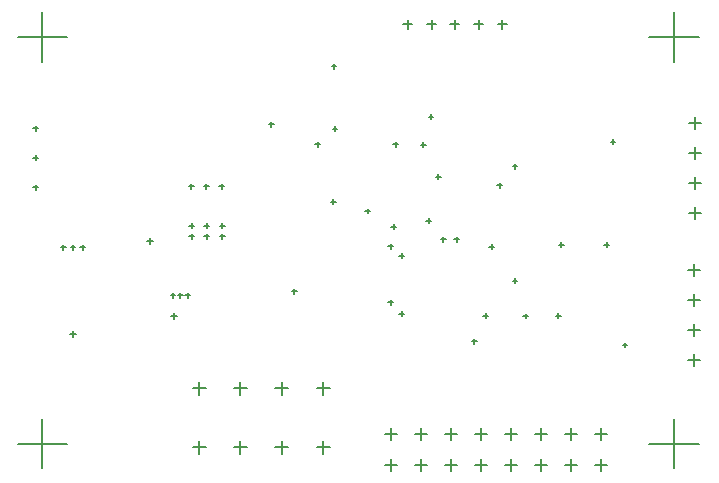
<source format=gbr>
%FSTAX23Y23*%
%MOIN*%
%SFA1B1*%

%IPPOS*%
%ADD57C,0.005000*%
%LNpcb1_drillmap_1-1*%
%LPD*%
G54D57*
X01484Y00073D02*
X01524D01*
X01504Y00053D02*
Y00093D01*
X01584Y00073D02*
X01624D01*
X01604Y00053D02*
Y00093D01*
X01684Y00073D02*
X01724D01*
X01704Y00053D02*
Y00093D01*
X01884Y00073D02*
X01924D01*
X01904Y00053D02*
Y00093D01*
X01984Y00073D02*
X02024D01*
X02004Y00053D02*
Y00093D01*
X01784Y00073D02*
X01824D01*
X01804Y00053D02*
Y00093D01*
X01384Y00073D02*
X01424D01*
X01404Y00053D02*
Y00093D01*
X01284Y00073D02*
X01324D01*
X01304Y00053D02*
Y00093D01*
X01484Y00174D02*
X01524D01*
X01504Y00154D02*
Y00194D01*
X01584Y00174D02*
X01624D01*
X01604Y00154D02*
Y00194D01*
X01684Y00174D02*
X01724D01*
X01704Y00154D02*
Y00194D01*
X01884Y00174D02*
X01924D01*
X01904Y00154D02*
Y00194D01*
X01984Y00174D02*
X02024D01*
X02004Y00154D02*
Y00194D01*
X01784Y00174D02*
X01824D01*
X01804Y00154D02*
Y00194D01*
X01384Y00174D02*
X01424D01*
X01404Y00154D02*
Y00194D01*
X01284Y00174D02*
X01324D01*
X01304Y00154D02*
Y00194D01*
X01346Y01541D02*
X01376D01*
X01361Y01526D02*
Y01556D01*
X01425Y01541D02*
X01455D01*
X0144Y01526D02*
Y01556D01*
X01503Y01541D02*
X01533D01*
X01518Y01526D02*
Y01556D01*
X01582Y01541D02*
X01612D01*
X01597Y01526D02*
Y01556D01*
X01661Y01541D02*
X01691D01*
X01676Y01526D02*
Y01556D01*
X00919Y00131D02*
X00962D01*
X00941Y00109D02*
Y00153D01*
X00781Y00131D02*
X00825D01*
X00803Y00109D02*
Y00153D01*
X00644Y00131D02*
X00687D01*
X00665Y00109D02*
Y00153D01*
X00644Y00328D02*
X00687D01*
X00665Y00306D02*
Y0035D01*
X00781Y00328D02*
X00825D01*
X00803Y00306D02*
Y0035D01*
X00919Y00328D02*
X00962D01*
X00941Y00306D02*
Y0035D01*
X01057Y00328D02*
X011D01*
X01079Y00306D02*
Y0035D01*
X01057Y00131D02*
X011D01*
X01079Y00109D02*
Y00153D01*
X02296Y00522D02*
X02336D01*
X02316Y00502D02*
Y00542D01*
X02296Y00722D02*
X02336D01*
X02316Y00702D02*
Y00742D01*
X02296Y00622D02*
X02336D01*
X02316Y00602D02*
Y00642D01*
X02296Y00422D02*
X02336D01*
X02316Y00402D02*
Y00442D01*
X02298Y01113D02*
X02338D01*
X02318Y01093D02*
Y01133D01*
X02298Y00913D02*
X02338D01*
X02318Y00893D02*
Y00933D01*
X02298Y01013D02*
X02338D01*
X02318Y00993D02*
Y01033D01*
X02298Y01213D02*
X02338D01*
X02318Y01193D02*
Y01233D01*
X00061Y00143D02*
X00226D01*
X00143Y00061D02*
Y00226D01*
X00061Y015D02*
X00226D01*
X00143Y01417D02*
Y01582D01*
X02165Y00143D02*
X0233D01*
X02248Y00061D02*
Y00226D01*
X02165Y015D02*
X0233D01*
X02248Y01417D02*
Y01582D01*
X00491Y00819D02*
X00511D01*
X00501Y00809D02*
Y00829D01*
X01613Y0057D02*
X01629D01*
X01621Y00562D02*
Y00578D01*
X0057Y00568D02*
X0059D01*
X0058Y00558D02*
Y00578D01*
X00235Y00508D02*
X00255D01*
X00245Y00498D02*
Y00518D01*
X01296Y00801D02*
X01312D01*
X01304Y00793D02*
Y00809D01*
X01296Y00614D02*
X01312D01*
X01304Y00606D02*
Y00622D01*
X01333Y00576D02*
X01349D01*
X01341Y00568D02*
Y00584D01*
X01333Y0077D02*
X01349D01*
X01341Y00762D02*
Y00778D01*
X01746Y00569D02*
X01762D01*
X01754Y00561D02*
Y00577D01*
X02037Y0115D02*
X02053D01*
X02045Y01142D02*
Y01158D01*
X01107Y01401D02*
X01123D01*
X01115Y01393D02*
Y01409D01*
X00898Y01208D02*
X00914D01*
X00906Y012D02*
Y01216D01*
X01454Y01033D02*
X0147D01*
X01462Y01025D02*
Y01041D01*
X0111Y01193D02*
X01126D01*
X01118Y01185D02*
Y01201D01*
X01053Y01141D02*
X01069D01*
X01061Y01133D02*
Y01149D01*
X0057Y00638D02*
X00586D01*
X00578Y0063D02*
Y00646D01*
X00619Y00638D02*
X00635D01*
X00627Y0063D02*
Y00646D01*
X01516Y00824D02*
X01532D01*
X01524Y00816D02*
Y00831D01*
X01471Y00824D02*
X01487D01*
X01479Y00816D02*
Y00832D01*
X01632Y008D02*
X01648D01*
X0164Y00792D02*
Y00808D01*
X0171Y00686D02*
X01726D01*
X01718Y00678D02*
Y00694D01*
X00682Y00835D02*
X00698D01*
X0069Y00827D02*
Y00843D01*
X00632Y00835D02*
X00648D01*
X0064Y00827D02*
Y00843D01*
X00734Y00835D02*
X0075D01*
X00742Y00827D02*
Y00843D01*
X00682Y0087D02*
X00698D01*
X0069Y00862D02*
Y00878D01*
X00632Y0087D02*
X00648D01*
X0064Y00862D02*
Y00878D01*
X00734Y0087D02*
X0075D01*
X00742Y00862D02*
Y00878D01*
X00733Y01001D02*
X00749D01*
X00741Y00993D02*
Y01009D01*
X00631Y01001D02*
X00647D01*
X00639Y00993D02*
Y01009D01*
X00681Y01001D02*
X00697D01*
X00689Y00993D02*
Y01009D01*
X00269Y00798D02*
X00285D01*
X00277Y0079D02*
Y00806D01*
X00205Y00798D02*
X00221D01*
X00213Y0079D02*
Y00806D01*
X00975Y00651D02*
X00991D01*
X00983Y00643D02*
Y00659D01*
X00112Y00998D02*
X00128D01*
X0012Y0099D02*
Y01006D01*
X00112Y01097D02*
X00128D01*
X0012Y01089D02*
Y01105D01*
X00112Y01194D02*
X00128D01*
X0012Y01186D02*
Y01202D01*
X01104Y0095D02*
X0112D01*
X01112Y00942D02*
Y00958D01*
X01404Y0114D02*
X0142D01*
X01412Y01132D02*
Y01148D01*
X01423Y00887D02*
X01439D01*
X01431Y00879D02*
Y00895D01*
X02016Y00806D02*
X02032D01*
X02024Y00798D02*
Y00814D01*
X01865Y00806D02*
X01881D01*
X01873Y00798D02*
Y00814D01*
X01313Y01141D02*
X01329D01*
X01321Y01133D02*
Y01149D01*
X01219Y00919D02*
X01235D01*
X01227Y00911D02*
Y00927D01*
X01306Y00867D02*
X01322D01*
X01314Y00859D02*
Y00875D01*
X0143Y01233D02*
X01446D01*
X01438Y01225D02*
Y01241D01*
X00594Y00638D02*
X0061D01*
X00602Y0063D02*
Y00646D01*
X01659Y01005D02*
X01675D01*
X01667Y00997D02*
Y01013D01*
X02077Y00472D02*
X02093D01*
X02085Y00464D02*
Y0048D01*
X0171Y01068D02*
X01725D01*
X01718Y0106D02*
Y01076D01*
X00237Y00798D02*
X00253D01*
X00245Y0079D02*
Y00806D01*
X01854Y0057D02*
X0187D01*
X01862Y00562D02*
Y00578D01*
X01574Y00484D02*
X0159D01*
X01582Y00476D02*
Y00492D01*
M02*
</source>
